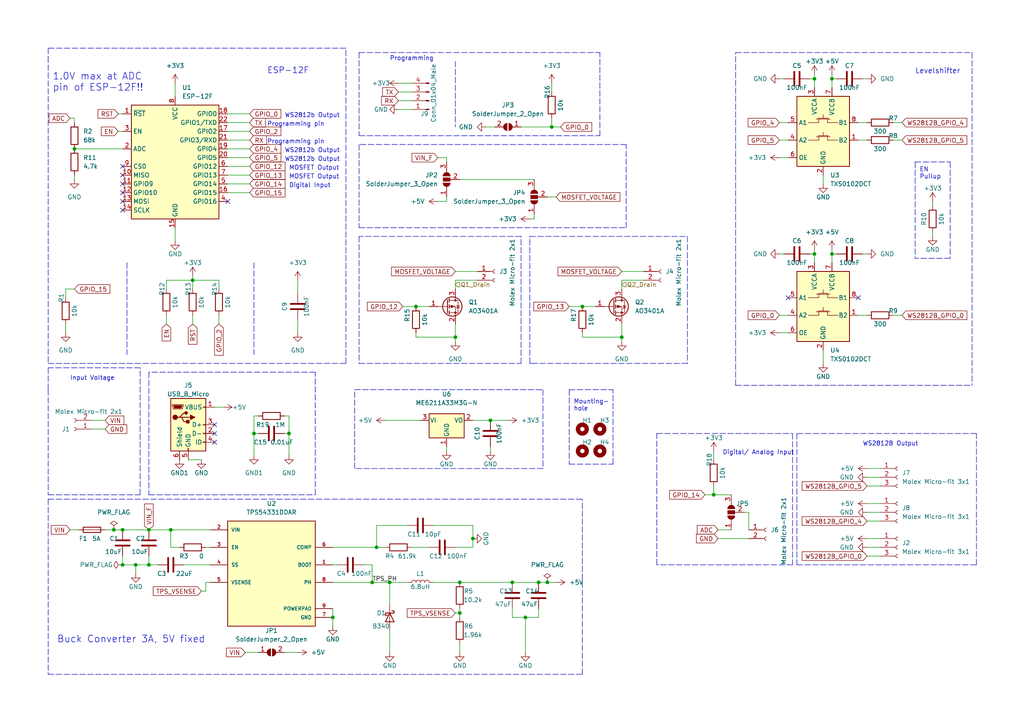
<source format=kicad_sch>
(kicad_sch (version 20211123) (generator eeschema)
  (paper "A4")
  (title_block (title "WLED ESP8266 molex microfit") (rev "1"))
  (junction (at 152.4 179.07))
  (junction (at 35.56 153.67))
  (junction (at 109.22 158.75))
  (junction (at 33.02 153.67))
  (junction (at 39.37 163.83))
  (junction (at 83.82 125.73))
  (junction (at 156.21 168.91))
  (junction (at 21.59 43.18))
  (junction (at 96.52 179.07))
  (junction (at 148.59 168.91))
  (junction (at 137.16 156.21))
  (junction (at 158.75 168.91))
  (junction (at 73.66 125.73))
  (junction (at 43.18 163.83))
  (junction (at 207.01 143.51))
  (junction (at 236.22 73.66))
  (junction (at 55.88 81.28))
  (junction (at 241.3 22.86))
  (junction (at 35.56 163.83))
  (junction (at 120.65 88.9))
  (junction (at 133.35 177.8))
  (junction (at 241.3 73.66))
  (junction (at 133.35 168.91))
  (junction (at 160.02 36.83))
  (junction (at 132.08 97.79))
  (junction (at 113.03 168.91))
  (junction (at 49.53 153.67))
  (junction (at 180.34 97.79))
  (junction (at 168.91 88.9))
  (junction (at 142.24 121.92))
  (junction (at 236.22 22.86))
  (junction (at 107.95 168.91))
  (junction (at 43.18 153.67))
  (no_connect (at 62.23 123.19))
  (no_connect (at 62.23 125.73))
  (no_connect (at 62.23 128.27))
  (no_connect (at 66.04 58.42))
  (no_connect (at 35.56 55.88))
  (no_connect (at 35.56 58.42))
  (no_connect (at 35.56 48.26))
  (no_connect (at 35.56 50.8))
  (no_connect (at 35.56 53.34))
  (no_connect (at 35.56 60.96))
  (no_connect (at 228.6 86.36))
  (no_connect (at 248.92 86.36))
  (polyline (pts (xy 168.91 195.58) (xy 168.91 144.78)))
  (wire (pts (xy 55.88 91.44) (xy 55.88 93.98)))
  (wire (pts (xy 83.82 120.65) (xy 83.82 125.73)))
  (polyline (pts (xy 13.97 144.78) (xy 13.97 195.58)))
  (wire (pts (xy 82.55 120.65) (xy 83.82 120.65)))
  (wire (pts (xy 259.08 91.44) (xy 261.62 91.44)))
  (wire (pts (xy 217.17 148.59) (xy 217.17 153.67)))
  (wire (pts (xy 241.3 73.66) (xy 241.3 76.2)))
  (wire (pts (xy 132.08 81.28) (xy 138.43 81.28)))
  (polyline (pts (xy 13.97 195.58) (xy 168.91 195.58)))
  (wire (pts (xy 21.59 34.29) (xy 21.59 35.56)))
  (wire (pts (xy 63.5 91.44) (xy 63.5 93.98)))
  (wire (pts (xy 30.48 153.67) (xy 33.02 153.67)))
  (wire (pts (xy 142.24 130.81) (xy 142.24 129.54)))
  (wire (pts (xy 133.35 168.91) (xy 148.59 168.91)))
  (wire (pts (xy 137.16 156.21) (xy 137.16 158.75)))
  (wire (pts (xy 113.03 182.88) (xy 113.03 189.23)))
  (wire (pts (xy 55.88 80.01) (xy 55.88 81.28)))
  (wire (pts (xy 96.52 176.53) (xy 96.52 179.07)))
  (wire (pts (xy 66.04 38.1) (xy 72.39 38.1)))
  (wire (pts (xy 226.06 35.56) (xy 228.6 35.56)))
  (wire (pts (xy 236.22 73.66) (xy 236.22 76.2)))
  (polyline (pts (xy 157.48 113.03) (xy 157.48 135.89)))
  (wire (pts (xy 160.02 36.83) (xy 162.56 36.83)))
  (wire (pts (xy 74.93 120.65) (xy 73.66 120.65)))
  (wire (pts (xy 226.06 91.44) (xy 228.6 91.44)))
  (wire (pts (xy 43.18 163.83) (xy 39.37 163.83)))
  (wire (pts (xy 148.59 176.53) (xy 148.59 179.07)))
  (polyline (pts (xy 104.14 105.41) (xy 151.13 105.41)))
  (wire (pts (xy 119.38 158.75) (xy 124.46 158.75)))
  (polyline (pts (xy 173.99 39.37) (xy 173.99 15.24)))
  (polyline (pts (xy 13.97 143.51) (xy 40.64 143.51)))
  (polyline (pts (xy 43.18 143.51) (xy 91.44 143.51)))
  (wire (pts (xy 86.36 92.71) (xy 86.36 96.52)))
  (polyline (pts (xy 151.13 105.41) (xy 151.13 68.58)))
  (polyline (pts (xy 190.5 163.83) (xy 190.5 125.73)))
  (polyline (pts (xy 100.33 13.97) (xy 13.97 13.97)))
  (wire (pts (xy 133.35 52.07) (xy 154.94 52.07)))
  (wire (pts (xy 48.26 91.44) (xy 48.26 93.98)))
  (polyline (pts (xy 231.14 125.73) (xy 231.14 163.83)))
  (polyline (pts (xy 283.21 125.73) (xy 231.14 125.73)))
  (polyline (pts (xy 157.48 135.89) (xy 102.87 135.89)))
  (wire (pts (xy 156.21 168.91) (xy 158.75 168.91)))
  (polyline (pts (xy 199.39 105.41) (xy 154.94 105.41)))
  (polyline (pts (xy 13.97 105.41) (xy 100.33 105.41)))
  (polyline (pts (xy 275.59 74.93) (xy 265.43 74.93)))
  (wire (pts (xy 168.91 96.52) (xy 168.91 97.79)))
  (polyline (pts (xy 153.67 105.41) (xy 154.94 105.41)))
  (wire (pts (xy 207.01 143.51) (xy 212.09 143.51)))
  (wire (pts (xy 66.04 35.56) (xy 72.39 35.56)))
  (wire (pts (xy 113.03 175.26) (xy 113.03 168.91)))
  (polyline (pts (xy 275.59 46.99) (xy 275.59 74.93)))
  (wire (pts (xy 96.52 179.07) (xy 96.52 181.61)))
  (wire (pts (xy 226.06 22.86) (xy 227.33 22.86)))
  (polyline (pts (xy 213.36 111.76) (xy 281.94 111.76)))
  (wire (pts (xy 48.26 83.82) (xy 48.26 81.28)))
  (wire (pts (xy 82.55 189.23) (xy 86.36 189.23)))
  (wire (pts (xy 115.57 26.67) (xy 119.38 26.67)))
  (wire (pts (xy 251.46 73.66) (xy 250.19 73.66)))
  (wire (pts (xy 133.35 177.8) (xy 133.35 179.07)))
  (wire (pts (xy 39.37 163.83) (xy 39.37 166.37)))
  (wire (pts (xy 71.12 189.23) (xy 74.93 189.23)))
  (wire (pts (xy 270.51 58.42) (xy 270.51 59.69)))
  (wire (pts (xy 127 45.72) (xy 129.54 45.72)))
  (wire (pts (xy 125.73 168.91) (xy 133.35 168.91)))
  (polyline (pts (xy 104.14 66.04) (xy 181.61 66.04)))
  (wire (pts (xy 20.32 34.29) (xy 21.59 34.29)))
  (wire (pts (xy 66.04 45.72) (xy 72.39 45.72)))
  (polyline (pts (xy 36.83 76.2) (xy 36.83 102.87)))
  (wire (pts (xy 66.04 48.26) (xy 72.39 48.26)))
  (wire (pts (xy 129.54 46.99) (xy 129.54 45.72)))
  (wire (pts (xy 236.22 72.39) (xy 236.22 73.66)))
  (wire (pts (xy 241.3 72.39) (xy 241.3 73.66)))
  (wire (pts (xy 55.88 81.28) (xy 55.88 83.82)))
  (wire (pts (xy 62.23 118.11) (xy 64.77 118.11)))
  (wire (pts (xy 35.56 163.83) (xy 35.56 161.29)))
  (wire (pts (xy 118.11 152.4) (xy 109.22 152.4)))
  (wire (pts (xy 251.46 156.21) (xy 255.27 156.21)))
  (wire (pts (xy 129.54 129.54) (xy 129.54 130.81)))
  (polyline (pts (xy 165.1 113.03) (xy 165.1 134.62)))
  (wire (pts (xy 105.41 163.83) (xy 107.95 163.83)))
  (wire (pts (xy 242.57 73.66) (xy 241.3 73.66)))
  (wire (pts (xy 127 58.42) (xy 129.54 58.42)))
  (wire (pts (xy 180.34 78.74) (xy 186.69 78.74)))
  (polyline (pts (xy 13.97 106.68) (xy 13.97 113.03)))
  (polyline (pts (xy 132.08 17.78) (xy 132.08 36.83)))
  (polyline (pts (xy 181.61 66.04) (xy 181.61 41.91)))
  (wire (pts (xy 30.48 124.46) (xy 26.67 124.46)))
  (wire (pts (xy 34.29 38.1) (xy 35.56 38.1)))
  (wire (pts (xy 180.34 97.79) (xy 180.34 99.06)))
  (wire (pts (xy 58.42 171.45) (xy 59.69 171.45)))
  (polyline (pts (xy 104.14 15.24) (xy 173.99 15.24)))
  (wire (pts (xy 116.84 88.9) (xy 120.65 88.9)))
  (polyline (pts (xy 165.1 134.62) (xy 177.8 134.62)))
  (wire (pts (xy 111.76 121.92) (xy 121.92 121.92)))
  (wire (pts (xy 115.57 31.75) (xy 119.38 31.75)))
  (wire (pts (xy 39.37 163.83) (xy 35.56 163.83)))
  (wire (pts (xy 142.24 121.92) (xy 147.32 121.92)))
  (wire (pts (xy 50.8 24.13) (xy 50.8 27.94)))
  (wire (pts (xy 251.46 140.97) (xy 255.27 140.97)))
  (wire (pts (xy 132.08 93.98) (xy 132.08 97.79)))
  (wire (pts (xy 19.05 86.36) (xy 19.05 83.82)))
  (wire (pts (xy 125.73 152.4) (xy 137.16 152.4)))
  (wire (pts (xy 251.46 148.59) (xy 255.27 148.59)))
  (wire (pts (xy 21.59 50.8) (xy 21.59 52.07)))
  (wire (pts (xy 154.94 62.23) (xy 154.94 63.5)))
  (wire (pts (xy 234.95 73.66) (xy 236.22 73.66)))
  (wire (pts (xy 73.66 120.65) (xy 73.66 125.73)))
  (wire (pts (xy 160.02 24.13) (xy 160.02 26.67)))
  (wire (pts (xy 54.61 133.35) (xy 58.42 133.35)))
  (wire (pts (xy 49.53 153.67) (xy 60.96 153.67)))
  (polyline (pts (xy 283.21 163.83) (xy 283.21 125.73)))
  (wire (pts (xy 132.08 78.74) (xy 138.43 78.74)))
  (wire (pts (xy 241.3 25.4) (xy 241.3 22.86)))
  (wire (pts (xy 251.46 146.05) (xy 255.27 146.05)))
  (wire (pts (xy 180.34 93.98) (xy 180.34 97.79)))
  (wire (pts (xy 248.92 35.56) (xy 251.46 35.56)))
  (wire (pts (xy 66.04 40.64) (xy 72.39 40.64)))
  (wire (pts (xy 19.05 83.82) (xy 21.59 83.82)))
  (wire (pts (xy 107.95 163.83) (xy 107.95 168.91)))
  (polyline (pts (xy 13.97 13.97) (xy 13.97 16.51)))
  (polyline (pts (xy 43.18 107.95) (xy 43.18 143.51)))
  (polyline (pts (xy 181.61 41.91) (xy 104.14 41.91)))
  (wire (pts (xy 251.46 158.75) (xy 255.27 158.75)))
  (wire (pts (xy 251.46 22.86) (xy 250.19 22.86)))
  (polyline (pts (xy 213.36 111.76) (xy 213.36 15.24)))
  (wire (pts (xy 53.34 163.83) (xy 60.96 163.83)))
  (wire (pts (xy 59.69 158.75) (xy 60.96 158.75)))
  (polyline (pts (xy 91.44 107.95) (xy 43.18 107.95)))
  (wire (pts (xy 50.8 66.04) (xy 50.8 69.85)))
  (wire (pts (xy 133.35 186.69) (xy 133.35 189.23)))
  (wire (pts (xy 204.47 143.51) (xy 207.01 143.51)))
  (wire (pts (xy 158.75 168.91) (xy 161.29 168.91)))
  (wire (pts (xy 156.21 179.07) (xy 156.21 176.53)))
  (polyline (pts (xy 100.33 105.41) (xy 100.33 13.97)))
  (polyline (pts (xy 151.13 68.58) (xy 104.14 68.58)))
  (wire (pts (xy 241.3 22.86) (xy 242.57 22.86)))
  (wire (pts (xy 66.04 55.88) (xy 72.39 55.88)))
  (wire (pts (xy 43.18 153.67) (xy 49.53 153.67)))
  (wire (pts (xy 236.22 21.59) (xy 236.22 22.86)))
  (polyline (pts (xy 265.43 46.99) (xy 265.43 74.93)))
  (polyline (pts (xy 40.64 106.68) (xy 13.97 106.68)))
  (wire (pts (xy 20.32 153.67) (xy 22.86 153.67)))
  (polyline (pts (xy 153.67 68.58) (xy 199.39 68.58)))
  (wire (pts (xy 160.02 34.29) (xy 160.02 36.83)))
  (wire (pts (xy 226.06 96.52) (xy 228.6 96.52)))
  (wire (pts (xy 60.96 168.91) (xy 59.69 168.91)))
  (polyline (pts (xy 153.67 105.41) (xy 153.67 68.58)))
  (wire (pts (xy 115.57 24.13) (xy 119.38 24.13)))
  (wire (pts (xy 151.13 36.83) (xy 160.02 36.83)))
  (wire (pts (xy 238.76 50.8) (xy 238.76 53.34)))
  (polyline (pts (xy 13.97 113.03) (xy 13.97 143.51)))
  (polyline (pts (xy 104.14 39.37) (xy 173.99 39.37)))
  (wire (pts (xy 270.51 67.31) (xy 270.51 68.58)))
  (polyline (pts (xy 104.14 41.91) (xy 104.14 66.04)))
  (wire (pts (xy 208.28 153.67) (xy 212.09 153.67)))
  (wire (pts (xy 30.48 121.92) (xy 26.67 121.92)))
  (wire (pts (xy 251.46 138.43) (xy 255.27 138.43)))
  (wire (pts (xy 226.06 45.72) (xy 228.6 45.72)))
  (wire (pts (xy 45.72 163.83) (xy 43.18 163.83)))
  (wire (pts (xy 43.18 161.29) (xy 43.18 163.83)))
  (wire (pts (xy 63.5 81.28) (xy 63.5 83.82)))
  (polyline (pts (xy 231.14 163.83) (xy 283.21 163.83)))
  (polyline (pts (xy 13.97 144.78) (xy 168.91 144.78)))
  (wire (pts (xy 83.82 125.73) (xy 83.82 132.08)))
  (wire (pts (xy 152.4 179.07) (xy 156.21 179.07)))
  (wire (pts (xy 132.08 158.75) (xy 137.16 158.75)))
  (wire (pts (xy 132.08 83.82) (xy 132.08 81.28)))
  (wire (pts (xy 34.29 33.02) (xy 35.56 33.02)))
  (polyline (pts (xy 281.94 15.24) (xy 281.94 111.76)))
  (wire (pts (xy 259.08 35.56) (xy 261.62 35.56)))
  (polyline (pts (xy 265.43 46.99) (xy 275.59 46.99)))
  (wire (pts (xy 207.01 130.81) (xy 207.01 133.35)))
  (wire (pts (xy 66.04 50.8) (xy 72.39 50.8)))
  (wire (pts (xy 59.69 168.91) (xy 59.69 171.45)))
  (wire (pts (xy 109.22 158.75) (xy 111.76 158.75)))
  (wire (pts (xy 133.35 176.53) (xy 133.35 177.8)))
  (wire (pts (xy 259.08 40.64) (xy 261.62 40.64)))
  (wire (pts (xy 140.97 36.83) (xy 143.51 36.83)))
  (wire (pts (xy 96.52 163.83) (xy 97.79 163.83)))
  (wire (pts (xy 19.05 93.98) (xy 19.05 96.52)))
  (wire (pts (xy 148.59 168.91) (xy 156.21 168.91)))
  (wire (pts (xy 113.03 168.91) (xy 118.11 168.91)))
  (wire (pts (xy 33.02 153.67) (xy 35.56 153.67)))
  (polyline (pts (xy 177.8 134.62) (xy 177.8 113.03)))
  (wire (pts (xy 234.95 22.86) (xy 236.22 22.86)))
  (polyline (pts (xy 199.39 68.58) (xy 199.39 105.41)))
  (wire (pts (xy 158.75 57.15) (xy 161.29 57.15)))
  (polyline (pts (xy 102.87 135.89) (xy 102.87 113.03)))
  (wire (pts (xy 165.1 88.9) (xy 168.91 88.9)))
  (wire (pts (xy 251.46 135.89) (xy 255.27 135.89)))
  (polyline (pts (xy 190.5 125.73) (xy 229.87 125.73)))
  (wire (pts (xy 238.76 101.6) (xy 238.76 105.41)))
  (polyline (pts (xy 40.64 143.51) (xy 40.64 106.68)))
  (polyline (pts (xy 229.87 163.83) (xy 190.5 163.83)))
  (polyline (pts (xy 13.97 16.51) (xy 13.97 105.41)))
  (wire (pts (xy 129.54 57.15) (xy 129.54 58.42)))
  (wire (pts (xy 168.91 97.79) (xy 180.34 97.79)))
  (wire (pts (xy 226.06 73.66) (xy 227.33 73.66)))
  (wire (pts (xy 180.34 83.82) (xy 180.34 81.28)))
  (wire (pts (xy 168.91 88.9) (xy 172.72 88.9)))
  (polyline (pts (xy 104.14 68.58) (xy 104.14 105.41)))
  (wire (pts (xy 137.16 152.4) (xy 137.16 156.21)))
  (wire (pts (xy 180.34 81.28) (xy 186.69 81.28)))
  (polyline (pts (xy 165.1 113.03) (xy 177.8 113.03)))
  (polyline (pts (xy 104.14 15.24) (xy 104.14 39.37)))
  (wire (pts (xy 96.52 158.75) (xy 109.22 158.75)))
  (wire (pts (xy 66.04 43.18) (xy 72.39 43.18)))
  (wire (pts (xy 73.66 125.73) (xy 73.66 132.08)))
  (wire (pts (xy 52.07 158.75) (xy 49.53 158.75)))
  (polyline (pts (xy 102.87 113.03) (xy 157.48 113.03)))
  (wire (pts (xy 241.3 21.59) (xy 241.3 22.86)))
  (wire (pts (xy 120.65 96.52) (xy 120.65 97.79)))
  (wire (pts (xy 251.46 161.29) (xy 255.27 161.29)))
  (wire (pts (xy 49.53 153.67) (xy 49.53 158.75)))
  (wire (pts (xy 248.92 40.64) (xy 251.46 40.64)))
  (wire (pts (xy 215.9 148.59) (xy 217.17 148.59)))
  (wire (pts (xy 208.28 156.21) (xy 217.17 156.21)))
  (polyline (pts (xy 229.87 125.73) (xy 229.87 163.83)))
  (wire (pts (xy 132.08 177.8) (xy 133.35 177.8)))
  (wire (pts (xy 226.06 40.64) (xy 228.6 40.64)))
  (wire (pts (xy 66.04 33.02) (xy 72.39 33.02)))
  (wire (pts (xy 66.04 53.34) (xy 72.39 53.34)))
  (wire (pts (xy 107.95 168.91) (xy 113.03 168.91)))
  (wire (pts (xy 73.66 125.73) (xy 74.93 125.73)))
  (wire (pts (xy 152.4 179.07) (xy 152.4 189.23)))
  (wire (pts (xy 48.26 81.28) (xy 55.88 81.28)))
  (wire (pts (xy 207.01 140.97) (xy 207.01 143.51)))
  (wire (pts (xy 120.65 88.9) (xy 124.46 88.9)))
  (wire (pts (xy 86.36 81.28) (xy 86.36 85.09)))
  (wire (pts (xy 251.46 151.13) (xy 255.27 151.13)))
  (polyline (pts (xy 73.66 76.2) (xy 73.66 102.87)))
  (wire (pts (xy 35.56 153.67) (xy 43.18 153.67)))
  (polyline (pts (xy 213.36 15.24) (xy 281.94 15.24)))
  (wire (pts (xy 137.16 121.92) (xy 142.24 121.92)))
  (wire (pts (xy 120.65 97.79) (xy 132.08 97.79)))
  (wire (pts (xy 115.57 29.21) (xy 119.38 29.21)))
  (wire (pts (xy 21.59 43.18) (xy 35.56 43.18)))
  (wire (pts (xy 236.22 22.86) (xy 236.22 25.4)))
  (wire (pts (xy 148.59 179.07) (xy 152.4 179.07)))
  (polyline (pts (xy 91.44 143.51) (xy 91.44 107.95)))
  (wire (pts (xy 153.67 63.5) (xy 154.94 63.5)))
  (wire (pts (xy 248.92 91.44) (xy 251.46 91.44)))
  (wire (pts (xy 132.08 97.79) (xy 132.08 99.06)))
  (wire (pts (xy 55.88 81.28) (xy 63.5 81.28)))
  (wire (pts (xy 82.55 125.73) (xy 83.82 125.73)))
  (wire (pts (xy 96.52 168.91) (xy 107.95 168.91)))
  (wire (pts (xy 109.22 152.4) (xy 109.22 158.75)))
  (text "Digital/ Analog Input\n" (at 209.55 132.08 0) (effects (font (size 1.27 1.27)) (justify left bottom)))
  (text "MOSFET Output" (at 83.82 52.07 0) (effects (font (size 1.27 1.27)) (justify left bottom)))
  (text "WS2812b Output" (at 82.55 44.45 0) (effects (font (size 1.27 1.27)) (justify left bottom)))
  (text "ESP-12F" (at 77.47 21.59 0) (effects (font (size 1.75 1.75)) (justify left bottom)))
  (text "WS2812b Output" (at 82.55 46.99 0) (effects (font (size 1.27 1.27)) (justify left bottom)))
  (text "Programming pin" (at 77.47 41.91 0) (effects (font (size 1.27 1.27)) (justify left bottom)))
  (text "MOSFET Output" (at 83.82 49.53 0) (effects (font (size 1.27 1.27)) (justify left bottom)))
  (text "EN\nPullup" (at 266.7 52.07 0) (effects (font (size 1.27 1.27)) (justify left bottom)))
  (text "WS2812b Output" (at 82.55 34.29 0) (effects (font (size 1.27 1.27)) (justify left bottom)))
  (text "Digital Input" (at 83.82 54.61 0) (effects (font (size 1.27 1.27)) (justify left bottom)))
  (text "Programming pin" (at 77.47 36.83 0) (effects (font (size 1.27 1.27)) (justify left bottom)))
  (text "Mounting-\nhole" (at 166.37 119.38 0) (effects (font (size 1.27 1.27)) (justify left bottom)))
  (text "1.0V max at ADC\npin of ESP-12F!!" (at 15.24 26.67 0) (effects (font (size 2 2)) (justify left bottom)))
  (text "Programming" (at 113.03 17.78 0) (effects (font (size 1.27 1.27)) (justify left bottom)))
  (text "Levelshifter" (at 265.43 21.59 0) (effects (font (size 1.5 1.5)) (justify left bottom)))
  (text "Input Voltage" (at 20.32 110.49 0) (effects (font (size 1.27 1.27)) (justify left bottom)))
  (text "WS2812B Output" (at 250.19 129.54 0) (effects (font (size 1.27 1.27)) (justify left bottom)))
  (text "Buck Converter 3A, 5V fixed" (at 16.51 186.69 0) (effects (font (size 2 2)) (justify left bottom)))
  (label "TPS_PH" (at 107.95 168.91 0))
  (global_label "GPIO_15" (shape input) (at 72.39 55.88 0) (property "Intersheet References" "${INTERSHEET_REFS}" (effects hide)))
  (global_label "ADC" (shape input) (at 208.28 153.67 180) (property "Intersheet References" "${INTERSHEET_REFS}" (effects hide)))
  (global_label "GPIO_2" (shape input) (at 63.5 93.98 270) (property "Intersheet References" "${INTERSHEET_REFS}" (effects hide)))
  (global_label "GPIO_12" (shape input) (at 72.39 48.26 0) (property "Intersheet References" "${INTERSHEET_REFS}" (effects hide)))
  (global_label "MOSFET_VOLTAGE" (shape input) (at 132.08 78.74 180) (property "Intersheet References" "${INTERSHEET_REFS}" (effects hide)))
  (global_label "GPIO_5" (shape input) (at 72.39 45.72 0) (property "Intersheet References" "${INTERSHEET_REFS}" (effects hide)))
  (global_label "GPIO_2" (shape input) (at 72.39 38.1 0) (property "Intersheet References" "${INTERSHEET_REFS}" (effects hide)))
  (global_label "GPIO_0" (shape input) (at 72.39 33.02 0) (property "Intersheet References" "${INTERSHEET_REFS}" (effects hide)))
  (global_label "TPS_VSENSE" (shape input) (at 132.08 177.8 180) (property "Intersheet References" "${INTERSHEET_REFS}" (effects hide)))
  (global_label "WS2812B_GPIO_0" (shape input) (at 251.46 161.29 180) (property "Intersheet References" "${INTERSHEET_REFS}" (effects hide)))
  (global_label "EN" (shape input) (at 34.29 38.1 180) (property "Intersheet References" "${INTERSHEET_REFS}" (effects hide)))
  (global_label "GPIO_15" (shape input) (at 21.59 83.82 0) (property "Intersheet References" "${INTERSHEET_REFS}" (effects hide)))
  (global_label "GND" (shape input) (at 30.48 124.46 0) (property "Intersheet References" "${INTERSHEET_REFS}" (effects hide)))
  (global_label "GPIO_4" (shape input) (at 226.06 35.56 180) (property "Intersheet References" "${INTERSHEET_REFS}" (effects hide)))
  (global_label "MOSFET_VOLTAGE" (shape input) (at 161.29 57.15 0) (property "Intersheet References" "${INTERSHEET_REFS}" (effects hide)))
  (global_label "ADC" (shape input) (at 20.32 34.29 180) (property "Intersheet References" "${INTERSHEET_REFS}" (effects hide)))
  (global_label "RST" (shape input) (at 34.29 33.02 180) (property "Intersheet References" "${INTERSHEET_REFS}" (effects hide)))
  (global_label "WS2812B_GPIO_5" (shape input) (at 261.62 40.64 0) (property "Intersheet References" "${INTERSHEET_REFS}" (effects hide)))
  (global_label "VIN_F" (shape input) (at 127 45.72 180) (property "Intersheet References" "${INTERSHEET_REFS}" (effects hide)))
  (global_label "GPIO_14" (shape input) (at 204.47 143.51 180) (property "Intersheet References" "${INTERSHEET_REFS}" (effects hide)))
  (global_label "GPIO_4" (shape input) (at 72.39 43.18 0) (property "Intersheet References" "${INTERSHEET_REFS}" (effects hide)))
  (global_label "GPIO_14" (shape input) (at 72.39 53.34 0) (property "Intersheet References" "${INTERSHEET_REFS}" (effects hide)))
  (global_label "RST" (shape input) (at 55.88 93.98 270) (property "Intersheet References" "${INTERSHEET_REFS}" (effects hide)))
  (global_label "RX" (shape input) (at 115.57 29.21 180) (property "Intersheet References" "${INTERSHEET_REFS}" (effects hide)))
  (global_label "WS2812B_GPIO_4" (shape input) (at 261.62 35.56 0) (property "Intersheet References" "${INTERSHEET_REFS}" (effects hide)))
  (global_label "WS2812B_GPIO_4" (shape input) (at 251.46 151.13 180) (property "Intersheet References" "${INTERSHEET_REFS}" (effects hide)))
  (global_label "VIN" (shape input) (at 30.48 121.92 0) (property "Intersheet References" "${INTERSHEET_REFS}" (effects hide)))
  (global_label "VIN" (shape input) (at 71.12 189.23 180) (property "Intersheet References" "${INTERSHEET_REFS}" (effects hide)))
  (global_label "GND" (shape input) (at 208.28 156.21 180) (property "Intersheet References" "${INTERSHEET_REFS}" (effects hide)))
  (global_label "WS2812B_GPIO_5" (shape input) (at 251.46 140.97 180) (property "Intersheet References" "${INTERSHEET_REFS}" (effects hide)))
  (global_label "TPS_VSENSE" (shape input) (at 58.42 171.45 180) (property "Intersheet References" "${INTERSHEET_REFS}" (effects hide)))
  (global_label "TX" (shape input) (at 72.39 35.56 0) (property "Intersheet References" "${INTERSHEET_REFS}" (effects hide)))
  (global_label "VIN" (shape input) (at 20.32 153.67 180) (property "Intersheet References" "${INTERSHEET_REFS}" (effects hide)))
  (global_label "GPIO_0" (shape input) (at 226.06 91.44 180) (property "Intersheet References" "${INTERSHEET_REFS}" (effects hide)))
  (global_label "GPIO_12" (shape input) (at 116.84 88.9 180) (property "Intersheet References" "${INTERSHEET_REFS}" (effects hide)))
  (global_label "GPIO_5" (shape input) (at 226.06 40.64 180) (property "Intersheet References" "${INTERSHEET_REFS}" (effects hide)))
  (global_label "GPIO_13" (shape input) (at 165.1 88.9 180) (property "Intersheet References" "${INTERSHEET_REFS}" (effects hide)))
  (global_label "EN" (shape input) (at 48.26 93.98 270) (property "Intersheet References" "${INTERSHEET_REFS}" (effects hide)))
  (global_label "VIN_F" (shape input) (at 43.18 153.67 90) (property "Intersheet References" "${INTERSHEET_REFS}" (effects hide)))
  (global_label "TX" (shape input) (at 115.57 26.67 180) (property "Intersheet References" "${INTERSHEET_REFS}" (effects hide)))
  (global_label "GPIO_0" (shape input) (at 162.56 36.83 0) (property "Intersheet References" "${INTERSHEET_REFS}" (effects hide)))
  (global_label "WS2812B_GPIO_0" (shape input) (at 261.62 91.44 0) (property "Intersheet References" "${INTERSHEET_REFS}" (effects hide)))
  (global_label "MOSFET_VOLTAGE" (shape input) (at 180.34 78.74 180) (property "Intersheet References" "${INTERSHEET_REFS}" (effects hide)))
  (global_label "RX" (shape input) (at 72.39 40.64 0) (property "Intersheet References" "${INTERSHEET_REFS}" (effects hide)))
  (global_label "GPIO_13" (shape input) (at 72.39 50.8 0) (property "Intersheet References" "${INTERSHEET_REFS}" (effects hide)))
  (hierarchical_label "Q1_Drain" (shape input) (at 132.08 82.55 0))
  (hierarchical_label "Q2_Drain" (shape input) (at 180.34 82.55 0))
  (symbol (lib_id "Device:Fuse") (at 26.67 153.67 90) (unit 1)
    (property "Reference" "F1" (at 24.13 156.21 90))
    (property "Value" "5A" (at 27.94 156.21 90))
    (property "Footprint" "Fuse:Fuse_1206_3216Metric_Pad1.42x1.75mm_HandSolder" (effects hide))
  )
  (symbol (lib_id "power:GND") (at 129.54 130.81 0) (unit 1)
    (property "Reference" "#PWR0131" (effects hide))
    (property "Value" "GND" (at 129.54 134.62 0))
  )
  (symbol (lib_id "Jumper:SolderJumper_2_Open") (at 147.32 36.83 180) (unit 1)
    (property "Reference" "JP3" (at 147.32 30.48 0))
    (property "Value" "SolderJumper_2_Open" (at 147.32 33.02 0))
    (property "Footprint" "Jumper:SolderJumper-2_P1.3mm_Open_RoundedPad1.0x1.5mm" (effects hide))
  )
  (symbol (lib_id "Device:R") (at 48.26 87.63 180) (unit 1)
    (property "Reference" "R12" (at 46.99 83.82 90))
    (property "Value" "10k" (at 50.8 87.63 90))
    (property "Footprint" "Resistor_SMD:R_0402_1005Metric_Pad0.72x0.64mm_HandSolder" (effects hide))
  )
  (symbol (lib_id "Device:C") (at 35.56 157.48 0) (unit 1)
    (property "Reference" "C1" (at 31.75 156.21 0) (effects (justify left)))
    (property "Value" "10uF" (at 30.48 160.02 0) (effects (justify left)))
    (property "Footprint" "Capacitor_SMD:C_1206_3216Metric_Pad1.33x1.80mm_HandSolder" (effects hide))
    (property "LCSC" "C13585" (effects hide))
  )
  (symbol (lib_id "power:+5V") (at 64.77 118.11 270) (unit 1)
    (property "Reference" "#PWR0149" (effects hide))
    (property "Value" "+5V" (at 67.31 118.11 90) (effects (justify left)))
  )
  (symbol (lib_id "power:GND") (at 58.42 133.35 0) (unit 1)
    (property "Reference" "#PWR0150" (effects hide))
    (property "Value" "GND" (at 58.42 137.16 0))
  )
  (symbol (lib_id "power:GND") (at 19.05 96.52 0) (unit 1)
    (property "Reference" "#PWR0127" (effects hide))
    (property "Value" "GND" (at 19.05 101.6 0))
  )
  (symbol (lib_id "Device:C") (at 86.36 88.9 180) (unit 1)
    (property "Reference" "C9" (at 82.55 88.9 90))
    (property "Value" "100nF" (at 88.9 88.9 90))
    (property "Footprint" "Capacitor_SMD:C_0603_1608Metric_Pad1.08x0.95mm_HandSolder" (effects hide))
    (property "LCSC" "C14663" (effects hide))
  )
  (symbol (lib_id "Transistor_FET:AO3401A") (at 129.54 88.9 0) (unit 1)
    (property "Reference" "Q1" (at 135.89 87.6299 0) (effects (justify left)))
    (property "Value" "AO3401A" (at 135.89 90.1699 0) (effects (justify left)))
    (property "Footprint" "Package_TO_SOT_SMD:SOT-23" (effects hide))
    (property "Datasheet" "http://www.aosmd.com/pdfs/datasheet/AO3401A.pdf" (effects hide))
    (property "LCSC" "C15127" (effects hide))
  )
  (symbol (lib_id "power:+5V") (at 251.46 146.05 90) (unit 1)
    (property "Reference" "#PWR0139" (effects hide))
    (property "Value" "+5V" (at 247.65 146.0499 90) (effects (justify left)))
  )
  (symbol (lib_id "Device:L") (at 121.92 168.91 90) (unit 1)
    (property "Reference" "L1" (at 121.92 166.37 90))
    (property "Value" "6.8uH" (at 121.92 170.18 90))
    (property "Footprint" "Inductor_SMD:L_10.4x10.4_H4.8" (effects hide))
    (property "LCSC" "C408449" (effects hide))
  )
  (symbol (lib_id "Device:C") (at 246.38 73.66 90) (unit 1)
    (property "Reference" "C8" (at 246.38 69.85 90))
    (property "Value" "100nF" (at 246.38 76.2 90))
    (property "Footprint" "Capacitor_SMD:C_0603_1608Metric_Pad1.08x0.95mm_HandSolder" (effects hide))
    (property "LCSC" "C14663" (effects hide))
  )
  (symbol (lib_id "Device:C") (at 43.18 157.48 0) (unit 1)
    (property "Reference" "C2" (at 39.37 156.21 0) (effects (justify left)))
    (property "Value" "10uF" (at 38.1 160.02 0) (effects (justify left)))
    (property "Footprint" "Capacitor_SMD:C_1206_3216Metric_Pad1.33x1.80mm_HandSolder" (effects hide))
    (property "LCSC" "C13585" (effects hide))
  )
  (symbol (lib_id "Device:C") (at 231.14 73.66 90) (unit 1)
    (property "Reference" "C6" (at 231.14 69.85 90))
    (property "Value" "100nF" (at 231.14 76.2 90))
    (property "Footprint" "Capacitor_SMD:C_0603_1608Metric_Pad1.08x0.95mm_HandSolder" (effects hide))
    (property "LCSC" "C14663" (effects hide))
  )
  (symbol (lib_id "power:+3.3V") (at 55.88 80.01 0) (unit 1)
    (property "Reference" "#PWR0128" (effects hide))
    (property "Value" "+3.3V" (at 55.88 76.2 0))
  )
  (symbol (lib_id "power:GND") (at 251.46 73.66 90) (unit 1)
    (property "Reference" "#PWR0106" (effects hide))
    (property "Value" "GND" (at 255.27 73.66 90) (effects (justify right)))
  )
  (symbol (lib_id "Device:C") (at 156.21 172.72 0) (unit 1)
    (property "Reference" "C14" (at 152.4 171.45 0) (effects (justify left)))
    (property "Value" "47uF" (at 151.13 175.26 0) (effects (justify left)))
    (property "Footprint" "Capacitor_SMD:C_1206_3216Metric_Pad1.33x1.80mm_HandSolder" (effects hide))
    (property "LCSC" "C96123" (effects hide))
  )
  (symbol (lib_id "power:GND") (at 86.36 96.52 0) (unit 1)
    (property "Reference" "#PWR0125" (effects hide))
    (property "Value" "GND" (at 86.36 101.6 0))
  )
  (symbol (lib_id "Jumper:SolderJumper_3_Open") (at 212.09 148.59 90) (unit 1)
    (property "Reference" "JP5" (at 217.17 146.05 90) (effects (justify left)))
    (property "Value" "SolderJumper_3_Open" (effects hide))
    (property "Footprint" "Jumper:SolderJumper-3_P1.3mm_Open_RoundedPad1.0x1.5mm_NumberLabels" (effects hide))
  )
  (symbol (lib_id "Connector:Conn_01x02_Female") (at 222.25 153.67 0) (unit 1)
    (property "Reference" "J6" (at 223.52 153.6699 0) (effects (justify left)))
    (property "Value" "Molex Micro-fit 2x1" (at 227.33 163.83 90) (effects (justify left)))
    (property "Footprint" "Connector_Molex:Molex_Micro-Fit_3.0_43650-0200_1x02_P3.00mm_Horizontal" (effects hide))
  )
  (symbol (lib_id "Device:R") (at 133.35 172.72 180) (unit 1)
    (property "Reference" "R5" (at 135.89 171.45 0))
    (property "Value" "10.2k" (at 137.16 173.99 0))
    (property "Footprint" "Resistor_SMD:R_0603_1608Metric_Pad0.98x0.95mm_HandSolder" (effects hide))
    (property "LCSC" "C25804" (effects hide))
  )
  (symbol (lib_id "power:GND") (at 132.08 99.06 0) (unit 1)
    (property "Reference" "#PWR0102" (effects hide))
    (property "Value" "GND" (at 132.08 104.14 0))
  )
  (symbol (lib_id "TPS54331DDAR:TPS54331DDAR") (at 78.74 166.37 0) (unit 1)
    (property "Reference" "U2" (at 78.74 146.05 0))
    (property "Value" "TPS54331DDAR" (at 78.74 148.59 0))
    (property "Footprint" "CONV_TPS54331DDAR" (effects hide))
    (property "STANDARD" "Manufacturer Recommendations" (effects hide))
    (property "PARTREV" "F" (effects hide))
    (property "MAXIMUM_PACKAGE_HEIGHT" "1.70 mm" (effects hide))
    (property "MANUFACTURER" "Texas Instruments" (effects hide))
    (property "LCSC" "C9865" (effects hide))
  )
  (symbol (lib_id "Device:C") (at 128.27 158.75 270) (unit 1)
    (property "Reference" "C12" (at 124.46 161.29 90) (effects (justify left)))
    (property "Value" "100nF" (at 129.54 161.29 90) (effects (justify left)))
    (property "Footprint" "Capacitor_SMD:C_0402_1005Metric_Pad0.74x0.62mm_HandSolder" (effects hide))
    (property "LCSC" "C1525" (effects hide))
  )
  (symbol (lib_id "power:GND") (at 140.97 36.83 270) (unit 1)
    (property "Reference" "#PWR0124" (effects hide))
    (property "Value" "GND" (at 137.16 36.8299 90) (effects (justify right)))
  )
  (symbol (lib_id "Logic_LevelTranslator:TXS0102DCT") (at 238.76 88.9 0) (unit 1)
    (property "Reference" "U4" (at 240.7794 101.6 0) (effects (justify left)))
    (property "Value" "TXS0102DCT" (at 240.7794 104.14 0) (effects (justify left)))
    (property "Footprint" "Package_SO:SSOP-8_2.95x2.8mm_P0.65mm" (effects hide))
    (property "Datasheet" "http://www.ti.com/lit/gpn/txs0102" (effects hide))
  )
  (symbol (lib_id "Jumper:SolderJumper_3_Open") (at 154.94 57.15 90) (unit 1)
    (property "Reference" "JP4" (at 152.4 55.8799 90) (effects (justify left)))
    (property "Value" "SolderJumper_3_Open" (at 152.4 58.4199 90) (effects (justify left)))
    (property "Footprint" "Jumper:SolderJumper-3_P1.3mm_Open_RoundedPad1.0x1.5mm_NumberLabels" (effects hide))
  )
  (symbol (lib_id "power:GND") (at 39.37 166.37 0) (unit 1)
    (property "Reference" "#PWR0104" (effects hide))
    (property "Value" "GND" (at 39.37 170.18 0))
  )
  (symbol (lib_id "power:+3.3V") (at 236.22 21.59 0) (unit 1)
    (property "Reference" "#PWR0114" (effects hide))
    (property "Value" "+3.3V" (at 236.22 17.78 0))
  )
  (symbol (lib_id "Device:C") (at 148.59 172.72 0) (unit 1)
    (property "Reference" "C13" (at 144.78 171.45 0) (effects (justify left)))
    (property "Value" "47uF" (at 143.51 175.26 0) (effects (justify left)))
    (property "Footprint" "Capacitor_SMD:C_1206_3216Metric_Pad1.33x1.80mm_HandSolder" (effects hide))
    (property "LCSC" "C96123" (effects hide))
  )
  (symbol (lib_id "Device:C") (at 142.24 125.73 180) (unit 1)
    (property "Reference" "C10" (at 138.43 125.73 90))
    (property "Value" "100nF" (at 144.78 125.73 90))
    (property "Footprint" "Capacitor_SMD:C_0603_1608Metric_Pad1.08x0.95mm_HandSolder" (effects hide))
    (property "LCSC" "C14663" (effects hide))
  )
  (symbol (lib_id "power:GND") (at 152.4 189.23 0) (unit 1)
    (property "Reference" "#PWR0136" (effects hide))
    (property "Value" "GND" (at 152.4 193.04 0))
  )
  (symbol (lib_id "Device:R") (at 115.57 158.75 90) (unit 1)
    (property "Reference" "R4" (at 113.03 161.29 90))
    (property "Value" "61.9k" (at 118.11 161.29 90))
    (property "Footprint" "Resistor_SMD:R_0603_1608Metric_Pad0.98x0.95mm_HandSolder" (effects hide))
    (property "LCSC" "C23221" (effects hide))
  )
  (symbol (lib_id "power:+3.3V") (at 86.36 81.28 0) (unit 1)
    (property "Reference" "#PWR0126" (effects hide))
    (property "Value" "+3.3V" (at 86.36 76.2 0))
  )
  (symbol (lib_id "power:+5V") (at 86.36 189.23 270) (unit 1)
    (property "Reference" "#PWR0144" (effects hide))
    (property "Value" "+5V" (at 90.17 189.2299 90) (effects (justify left)))
  )
  (symbol (lib_id "power:+3.3V") (at 160.02 24.13 0) (unit 1)
    (property "Reference" "#PWR0134" (effects hide))
    (property "Value" "+3.3V" (at 160.02 19.05 0))
  )
  (symbol (lib_id "power:GND") (at 137.16 156.21 90) (unit 1)
    (property "Reference" "#PWR0120" (effects hide))
    (property "Value" "GND" (at 140.97 156.21 0))
  )
  (symbol (lib_id "power:GND1") (at 73.66 132.08 0) (unit 1)
    (property "Reference" "#PWR0152" (effects hide))
    (property "Value" "GND1" (at 73.66 137.16 0))
  )
  (symbol (lib_id "power:+5V") (at 251.46 156.21 90) (unit 1)
    (property "Reference" "#PWR0140" (effects hide))
    (property "Value" "+5V" (at 247.65 156.2099 90) (effects (justify left)))
  )
  (symbol (lib_id "Diode:B340") (at 113.03 179.07 270) (unit 1)
    (property "Reference" "D1" (at 109.22 177.8 90) (effects (justify left)))
    (property "Value" "B340" (at 107.95 181.61 90) (effects (justify left)))
    (property "Footprint" "Diode_SMD:D_SMC" (effects hide))
    (property "Datasheet" "http://www.jameco.com/Jameco/Products/ProdDS/1538777.pdf" (effects hide))
    (property "LCSC" "C64982" (effects hide))
  )
  (symbol (lib_id "power:GND") (at 83.82 132.08 0) (unit 1)
    (property "Reference" "#PWR0153" (effects hide))
    (property "Value" "GND" (at 83.82 137.16 0))
  )
  (symbol (lib_id "Mechanical:MountingHole") (at 168.91 130.81 0) (unit 1)
    (property "Reference" "H2" (at 168.91 128.27 0) (effects (justify left)))
    (property "Value" "MountingHole" (effects hide))
    (property "Footprint" "MountingHole:MountingHole_3.2mm_M3_DIN965" (effects hide))
  )
  (symbol (lib_id "power:+5V") (at 251.46 135.89 90) (unit 1)
    (property "Reference" "#PWR0138" (effects hide))
    (property "Value" "+5V" (at 247.65 135.8899 90) (effects (justify left)))
  )
  (symbol (lib_id "Device:R") (at 255.27 40.64 90) (unit 1)
    (property "Reference" "R8" (at 259.08 39.37 90))
    (property "Value" "300" (at 255.27 43.18 90))
    (property "Footprint" "Resistor_SMD:R_0603_1608Metric_Pad0.98x0.95mm_HandSolder" (effects hide))
    (property "LCSC" "C23025" (effects hide))
  )
  (symbol (lib_id "power:+5V") (at 241.3 21.59 0) (unit 1)
    (property "Reference" "#PWR0113" (effects hide))
    (property "Value" "+5V" (at 241.3 17.78 0))
  )
  (symbol (lib_id "power:GND") (at 115.57 31.75 270) (unit 1)
    (property "Reference" "#PWR0146" (effects hide))
    (property "Value" "GND" (at 110.49 31.75 90))
  )
  (symbol (lib_id "power:+5V") (at 241.3 72.39 0) (unit 1)
    (property "Reference" "#PWR0107" (effects hide))
    (property "Value" "+5V" (at 241.3 67.31 0))
  )
  (symbol (lib_id "power:GND") (at 113.03 189.23 0) (unit 1)
    (property "Reference" "#PWR0121" (effects hide))
    (property "Value" "GND" (at 113.03 193.04 0))
  )
  (symbol (lib_id "Connector:Conn_01x02_Female") (at 191.77 78.74 0) (unit 1)
    (property "Reference" "J4" (at 193.04 78.7399 0) (effects (justify left)))
    (property "Value" "Molex Micro-fit 2x1" (at 196.85 88.9 90) (effects (justify left)))
    (property "Footprint" "Connector_Molex:Molex_Micro-Fit_3.0_43650-0200_1x02_P3.00mm_Horizontal" (effects hide))
  )
  (symbol (lib_id "Connector:Conn_01x02_Female") (at 143.51 78.74 0) (unit 1)
    (property "Reference" "J3" (at 144.78 78.7399 0) (effects (justify left)))
    (property "Value" "Molex Micro-fit 2x1" (at 148.59 88.9 90) (effects (justify left)))
    (property "Footprint" "Connector_Molex:Molex_Micro-Fit_3.0_43650-0200_1x02_P3.00mm_Horizontal" (effects hide))
  )
  (symbol (lib_id "power:GND") (at 180.34 99.06 0) (unit 1)
    (property "Reference" "#PWR0135" (effects hide))
    (property "Value" "GND" (at 180.34 104.14 0))
  )
  (symbol (lib_id "power:+3.3V") (at 115.57 24.13 90) (unit 1)
    (property "Reference" "#PWR0145" (effects hide))
    (property "Value" "+3.3V" (at 110.49 24.13 90))
  )
  (symbol (lib_id "Device:C") (at 246.38 22.86 90) (unit 1)
    (property "Reference" "C7" (at 246.38 19.05 90))
    (property "Value" "100nF" (at 246.38 25.4 90))
    (property "Footprint" "Capacitor_SMD:C_0603_1608Metric_Pad1.08x0.95mm_HandSolder" (effects hide))
    (property "LCSC" "C14663" (effects hide))
  )
  (symbol (lib_id "Connector:Conn_01x03_Female") (at 260.35 138.43 0) (unit 1)
    (property "Reference" "J7" (at 261.62 137.1599 0) (effects (justify left)))
    (property "Value" "Molex Micro-fit 3x1" (at 261.62 139.6999 0) (effects (justify left)))
    (property "Footprint" "Connector_Molex:Molex_Micro-Fit_3.0_43650-0300_1x03_P3.00mm_Horizontal" (effects hide))
  )
  (symbol (lib_id "Device:R") (at 168.91 92.71 180) (unit 1)
    (property "Reference" "R17" (at 166.37 91.44 90))
    (property "Value" "10k" (at 171.45 92.71 90))
    (property "Footprint" "Resistor_SMD:R_0402_1005Metric_Pad0.72x0.64mm_HandSolder" (effects hide))
  )
  (symbol (lib_id "power:+3.3V") (at 147.32 121.92 270) (unit 1)
    (property "Reference" "#PWR0130" (effects hide))
    (property "Value" "+3.3V" (at 151.13 121.9199 90) (effects (justify left)))
  )
  (symbol (lib_id "Device:R") (at 21.59 46.99 0) (unit 1)
    (property "Reference" "R11" (at 24.13 45.7199 0) (effects (justify left)))
    (property "Value" "4.7k" (at 24.13 48.2599 0) (effects (justify left)))
    (property "Footprint" "Resistor_SMD:R_0805_2012Metric_Pad1.20x1.40mm_HandSolder" (effects hide))
    (property "LCSC" "C23162" (effects hide))
  )
  (symbol (lib_id "power:GND") (at 50.8 69.85 0) (unit 1)
    (property "Reference" "#PWR0101" (effects hide))
    (property "Value" "GND" (at 50.8 73.66 0))
  )
  (symbol (lib_id "power:GND") (at 133.35 189.23 0) (unit 1)
    (property "Reference" "#PWR0122" (effects hide))
    (property "Value" "GND" (at 133.35 193.04 0))
  )
  (symbol (lib_id "Regulator_Linear:AMS1117CD-3.3") (at 129.54 121.92 0) (unit 1)
    (property "Reference" "U6" (at 129.54 114.3 0))
    (property "Value" "ME6211A33M3G-N" (at 129.54 116.84 0))
    (property "Footprint" "Package_TO_SOT_SMD:SOT-23" (effects hide))
    (property "Datasheet" "http://www.advanced-monolithic.com/pdf/ds1117.pdf" (effects hide))
    (property "LCSC" "C168807" (effects hide))
  )
  (symbol (lib_id "Connector:Conn_01x03_Female") (at 260.35 158.75 0) (unit 1)
    (property "Reference" "J2" (at 261.62 157.4799 0) (effects (justify left)))
    (property "Value" "Molex Micro-fit 3x1" (at 261.62 160.0199 0) (effects (justify left)))
    (property "Footprint" "Connector_Molex:Molex_Micro-Fit_3.0_43650-0300_1x03_P3.00mm_Horizontal" (effects hide))
  )
  (symbol (lib_id "RF_Module:ESP-12F") (at 50.8 48.26 0) (unit 1)
    (property "Reference" "U1" (at 52.8194 25.4 0) (effects (justify left)))
    (property "Value" "ESP-12F" (at 52.8194 27.94 0) (effects (justify left)))
    (property "Footprint" "RF_Module:ESP-12E" (effects hide))
    (property "Datasheet" "http://wiki.ai-thinker.com/_media/esp8266/esp8266_series_modules_user_manual_v1.1.pdf" (effects hide))
    (property "LCSC" "C82891" (effects hide))
  )
  (symbol (lib_id "power:+3.3V") (at 226.06 45.72 90) (unit 1)
    (property "Reference" "#PWR0117" (effects hide))
    (property "Value" "+3.3V" (at 222.25 45.7199 90) (effects (justify left)))
  )
  (symbol (lib_id "power:+3.3V") (at 153.67 63.5 90) (unit 1)
    (property "Reference" "#PWR0147" (effects hide))
    (property "Value" "+3.3V" (at 149.86 63.4999 90) (effects (justify left)))
  )
  (symbol (lib_id "power:+5V") (at 161.29 168.91 270) (unit 1)
    (property "Reference" "#PWR0143" (effects hide))
    (property "Value" "+5V" (at 165.1 168.9099 90) (effects (justify left)))
  )
  (symbol (lib_id "power:GND") (at 270.51 68.58 0) (unit 1)
    (property "Reference" "#PWR0112" (effects hide))
    (property "Value" "GND" (at 270.51 72.39 0))
  )
  (symbol (lib_id "Connector:Conn_01x03_Female") (at 260.35 148.59 0) (unit 1)
    (property "Reference" "J8" (at 261.62 147.3199 0) (effects (justify left)))
    (property "Value" "Molex Micro-fit 3x1" (at 261.62 149.8599 0) (effects (justify left)))
    (property "Footprint" "Connector_Molex:Molex_Micro-Fit_3.0_43650-0300_1x03_P3.00mm_Horizontal" (effects hide))
  )
  (symbol (lib_id "power:GND") (at 142.24 130.81 0) (unit 1)
    (property "Reference" "#PWR0129" (effects hide))
    (property "Value" "GND" (at 142.24 134.62 0))
  )
  (symbol (lib_id "power:GND") (at 226.06 22.86 270) (unit 1)
    (property "Reference" "#PWR0118" (effects hide))
    (property "Value" "GND" (at 218.44 22.86 90) (effects (justify left)))
  )
  (symbol (lib_id "power:GND") (at 238.76 105.41 0) (unit 1)
    (property "Reference" "#PWR0108" (effects hide))
    (property "Value" "GND" (at 238.76 109.22 0))
  )
  (symbol (lib_id "Device:R") (at 120.65 92.71 180) (unit 1)
    (property "Reference" "R15" (at 118.11 91.44 90))
    (property "Value" "10k" (at 123.19 92.71 90))
    (property "Footprint" "Resistor_SMD:R_0402_1005Metric_Pad0.72x0.64mm_HandSolder" (effects hide))
  )
  (symbol (lib_id "power:PWR_FLAG") (at 158.75 168.91 0) (unit 1)
    (property "Reference" "#FLG0102" (effects hide))
    (property "Value" "PWR_FLAG" (at 158.75 163.83 0))
  )
  (symbol (lib_id "Device:R") (at 55.88 158.75 90) (unit 1)
    (property "Reference" "R3" (at 53.34 161.29 90))
    (property "Value" "0" (at 58.42 161.29 90))
    (property "Footprint" "Resistor_SMD:R_0603_1608Metric_Pad0.98x0.95mm_HandSolder" (effects hide))
    (property "LCSC" "C21189" (effects hide))
  )
  (symbol (lib_id "power:PWR_FLAG") (at 35.56 163.83 90) (unit 1)
    (property "Reference" "#FLG0103" (effects hide))
    (property "Value" "PWR_FLAG" (at 27.94 163.83 90))
  )
  (symbol (lib_id "Device:R") (at 21.59 39.37 0) (unit 1)
    (property "Reference" "R2" (at 24.13 38.0999 0) (effects (justify left)))
    (property "Value" "68k" (at 24.13 40.6399 0) (effects (justify left)))
    (property "Footprint" "Resistor_SMD:R_0805_2012Metric_Pad1.20x1.40mm_HandSolder" (effects hide))
    (property "LCSC" "C17801" (effects hide))
  )
  (symbol (lib_id "Device:R") (at 255.27 91.44 90) (unit 1)
    (property "Reference" "R9" (at 259.08 90.17 90))
    (property "Value" "300" (at 255.27 93.98 90))
    (property "Footprint" "Resistor_SMD:R_0603_1608Metric_Pad0.98x0.95mm_HandSolder" (effects hide))
    (property "LCSC" "C23025" (effects hide))
  )
  (symbol (lib_id "power:GND") (at 251.46 148.59 270) (unit 1)
    (property "Reference" "#PWR0142" (effects hide))
    (property "Value" "GND" (at 247.65 148.5899 90) (effects (justify right)))
  )
  (symbol (lib_id "power:GND") (at 251.46 138.43 270) (unit 1)
    (property "Reference" "#PWR0141" (effects hide))
    (property "Value" "GND" (at 247.65 138.4299 90) (effects (justify right)))
  )
  (symbol (lib_id "Transistor_FET:AO3401A") (at 177.8 88.9 0) (unit 1)
    (property "Reference" "Q2" (at 184.15 87.6299 0) (effects (justify left)))
    (property "Value" "AO3401A" (at 184.15 90.1699 0) (effects (justify left)))
    (property "Footprint" "Package_TO_SOT_SMD:SOT-23" (effects hide))
    (property "Datasheet" "http://www.aosmd.com/pdfs/datasheet/AO3401A.pdf" (effects hide))
    (property "LCSC" "C15127" (effects hide))
  )
  (symbol (lib_id "Device:C") (at 101.6 163.83 90) (unit 1)
    (property "Reference" "C4" (at 100.33 166.37 90) (effects (justify left)))
    (property "Value" "100nF" (at 107.95 166.37 90) (effects (justify left)))
    (property "Footprint" "Capacitor_SMD:C_0402_1005Metric_Pad0.74x0.62mm_HandSolder" (effects hide))
    (property "LCSC" "C1525" (effects hide))
  )
  (symbol (lib_id "power:+3.3V") (at 207.01 130.81 0) (unit 1)
    (property "Reference" "#PWR0133" (effects hide))
    (property "Value" "+3.3V" (at 207.01 127 0))
  )
  (symbol (lib_id "power:GND") (at 96.52 181.61 0) (unit 1)
    (property "Reference" "#PWR0105" (effects hide))
    (property "Value" "GND" (at 96.52 185.42 0))
  )
  (symbol (lib_id "Jumper:SolderJumper_3_Open") (at 129.54 52.07 90) (unit 1)
    (property "Reference" "JP2" (at 127 50.7999 90) (effects (justify left)))
    (property "Value" "SolderJumper_3_Open" (at 127 53.3399 90) (effects (justify left)))
    (property "Footprint" "Jumper:SolderJumper-3_P1.3mm_Open_RoundedPad1.0x1.5mm_NumberLabels" (effects hide))
  )
  (symbol (lib_id "Device:C") (at 231.14 22.86 90) (unit 1)
    (property "Reference" "C5" (at 231.14 19.05 90))
    (property "Value" "100nF" (at 231.14 25.4 90))
    (property "Footprint" "Capacitor_SMD:C_0603_1608Metric_Pad1.08x0.95mm_HandSolder" (effects hide))
    (property "LCSC" "C14663" (effects hide))
  )
  (symbol (lib_id "Device:C") (at 49.53 163.83 90) (unit 1)
    (property "Reference" "C3" (at 48.26 166.37 90) (effects (justify left)))
    (property "Value" "22uF" (at 55.88 166.37 90) (effects (justify left)))
    (property "Footprint" "Capacitor_SMD:C_0402_1005Metric_Pad0.74x0.62mm_HandSolder" (effects hide))
  )
  (symbol (lib_id "Mechanical:MountingHole") (at 168.91 124.46 0) (unit 1)
    (property "Reference" "H1" (at 168.91 121.92 0) (effects (justify left)))
    (property "Value" "MountingHole" (effects hide))
    (property "Footprint" "MountingHole:MountingHole_3.2mm_M3_DIN965" (effects hide))
  )
  (symbol (lib_id "power:+3.3V") (at 236.22 72.39 0) (unit 1)
    (property "Reference" "#PWR0111" (effects hide))
    (property "Value" "+3.3V" (at 236.22 67.31 0))
  )
  (symbol (lib_id "power:+3.3V") (at 226.06 96.52 90) (unit 1)
    (property "Reference" "#PWR0110" (effects hide))
    (property "Value" "+3.3V" (at 222.25 96.5199 90) (effects (justify left)))
  )
  (symbol (lib_id "power:+5V") (at 111.76 121.92 90) (unit 1)
    (property "Reference" "#PWR0132" (effects hide))
    (property "Value" "+5V" (at 107.95 121.9199 90) (effects (justify left)))
  )
  (symbol (lib_id "power:PWR_FLAG") (at 33.02 153.67 0) (unit 1)
    (property "Reference" "#FLG0101" (effects hide))
    (property "Value" "PWR_FLAG" (at 33.02 148.59 0))
  )
  (symbol (lib_id "Device:R") (at 78.74 120.65 90) (unit 1)
    (property "Reference" "R19" (at 76.2 123.19 90))
    (property "Value" "1M" (at 81.28 123.19 90))
    (property "Footprint" "Resistor_SMD:R_0805_2012Metric" (effects hide))
  )
  (symbol (lib_id "Device:R") (at 133.35 182.88 180) (unit 1)
    (property "Reference" "R6" (at 135.89 181.61 0))
    (property "Value" "1.96k" (at 137.16 184.15 0))
    (property "Footprint" "Resistor_SMD:R_0603_1608Metric_Pad0.98x0.95mm_HandSolder" (effects hide))
    (property "LCSC" "C22975" (effects hide))
  )
  (symbol (lib_id "Logic_LevelTranslator:TXS0102DCT") (at 238.76 38.1 0) (unit 1)
    (property "Reference" "U3" (at 240.7794 50.8 0) (effects (justify left)))
    (property "Value" "TXS0102DCT" (at 240.7794 53.34 0) (effects (justify left)))
    (property "Footprint" "Package_SO:SSOP-8_2.95x2.8mm_P0.65mm" (effects hide))
    (property "Datasheet" "http://www.ti.com/lit/gpn/txs0102" (effects hide))
  )
  (symbol (lib_id "power:+5V") (at 127 58.42 90) (unit 1)
    (property "Reference" "#PWR0148" (effects hide))
    (property "Value" "+5V" (at 123.19 58.4199 90) (effects (justify left)))
  )
  (symbol (lib_id "Device:R") (at 63.5 87.63 180) (unit 1)
    (property "Reference" "R14" (at 62.23 83.82 90))
    (property "Value" "10k" (at 66.04 87.63 90))
    (property "Footprint" "Resistor_SMD:R_0402_1005Metric_Pad0.72x0.64mm_HandSolder" (effects hide))
  )
  (symbol (lib_id "Connector:USB_B_Micro") (at 54.61 123.19 0) (unit 1)
    (property "Reference" "J5" (at 54.61 111.76 0))
    (property "Value" "USB_B_Micro" (at 54.61 114.3 0))
    (property "Footprint" "Connector_USB:USB_Micro-B_Molex_47346-0001" (effects hide))
  )
  (symbol (lib_id "Device:C") (at 78.74 125.73 90) (unit 1)
    (property "Reference" "C15" (at 77.47 128.27 90) (effects (justify left)))
    (property "Value" "0.01uF" (at 85.09 128.27 90) (effects (justify left)))
    (property "Footprint" "Capacitor_SMD:C_0805_2012Metric" (effects hide))
    (property "LCSC" "C1710" (effects hide))
  )
  (symbol (lib_id "Connector:Conn_01x02_Female") (at 21.59 124.46 180) (unit 1)
    (property "Reference" "J1" (at 20.32 124.4601 0) (effects (justify left)))
    (property "Value" "Molex Micro-fit 2x1" (at 35.56 119.38 0) (effects (justify left)))
    (property "Footprint" "Connector_Molex:Molex_Micro-Fit_3.0_43650-0200_1x02_P3.00mm_Horizontal" (effects hide))
  )
  (symbol (lib_id "Device:R") (at 255.27 35.56 90) (unit 1)
    (property "Reference" "R7" (at 259.08 34.29 90))
    (property "Value" "300" (at 255.27 38.1 90))
    (property "Footprint" "Resistor_SMD:R_0603_1608Metric_Pad0.98x0.95mm_HandSolder" (effects hide))
    (property "LCSC" "C23025" (effects hide))
  )
  (symbol (lib_id "Mechanical:MountingHole") (at 173.99 130.81 0) (unit 1)
    (property "Reference" "H4" (at 173.99 128.27 0) (effects (justify left)))
    (property "Value" "MountingHole" (effects hide))
    (property "Footprint" "MountingHole:MountingHole_3.2mm_M3_DIN965" (effects hide))
  )
  (symbol (lib_id "Mechanical:MountingHole") (at 173.99 124.46 0) (unit 1)
    (property "Reference" "H3" (at 173.99 121.92 0) (effects (justify left)))
    (property "Value" "MountingHole" (effects hide))
    (property "Footprint" "MountingHole:MountingHole_3.2mm_M3_DIN965" (effects hide))
  )
  (symbol (lib_id "Device:R") (at 19.05 90.17 180) (unit 1)
    (property "Reference" "R1" (at 17.78 86.36 90))
    (property "Value" "10k" (at 21.59 90.17 90))
    (property "Footprint" "Resistor_SMD:R_0402_1005Metric_Pad0.72x0.64mm_HandSolder" (effects hide))
  )
  (symbol (lib_id "Device:R") (at 160.02 30.48 180) (unit 1)
    (property "Reference" "R16" (at 158.75 26.67 90))
    (property "Value" "10k" (at 162.56 30.48 90))
    (property "Footprint" "Resistor_SMD:R_0402_1005Metric_Pad0.72x0.64mm_HandSolder" (effects hide))
  )
  (symbol (lib_id "power:GND") (at 251.46 158.75 270) (unit 1)
    (property "Reference" "#PWR0137" (effects hide))
    (property "Value" "GND" (at 247.65 158.7499 90) (effects (justify right)))
  )
  (symbol (lib_id "power:GND") (at 21.59 52.07 0) (unit 1)
    (property "Reference" "#PWR0123" (effects hide))
    (property "Value" "GND" (at 21.59 57.15 0))
  )
  (symbol (lib_id "power:GND") (at 251.46 22.86 90) (unit 1)
    (property "Reference" "#PWR0115" (effects hide))
    (property "Value" "GND" (at 255.27 22.86 90) (effects (justify right)))
  )
  (symbol (lib_id "Device:R") (at 270.51 63.5 180) (unit 1)
    (property "Reference" "R10" (at 267.97 63.5 90))
    (property "Value" "10k" (at 273.05 63.5 90))
    (property "Footprint" "Resistor_SMD:R_0402_1005Metric_Pad0.72x0.64mm_HandSolder" (effects hide))
  )
  (symbol (lib_id "power:GND") (at 238.76 53.34 0) (unit 1)
    (property "Reference" "#PWR0116" (effects hide))
    (property "Value" "GND" (at 238.76 57.15 0))
  )
  (symbol (lib_id "power:GND") (at 226.06 73.66 270) (unit 1)
    (property "Reference" "#PWR0109" (effects hide))
    (property "Value" "GND" (at 218.44 73.66 90) (effects (justify left)))
  )
  (symbol (lib_id "power:GND1") (at 52.07 133.35 0) (unit 1)
    (property "Reference" "#PWR0151" (effects hide))
    (property "Value" "GND1" (at 52.07 137.16 0))
  )
  (symbol (lib_id "power:+3.3V") (at 270.51 58.42 0) (unit 1)
    (property "Reference" "#PWR0119" (effects hide))
    (property "Value" "+3.3V" (at 270.51 54.61 0))
  )
  (symbol (lib_id "Jumper:SolderJumper_2_Open") (at 78.74 189.23 0) (unit 1)
    (property "Reference" "JP1" (at 78.74 182.88 0))
    (property "Value" "SolderJumper_2_Open" (at 78.74 185.42 0))
    (property "Footprint" "Jumper:SolderJumper-2_P1.3mm_Open_RoundedPad1.0x1.5mm" (effects hide))
  )
  (symbol (lib_id "Device:R") (at 207.01 137.16 180) (unit 1)
    (property "Reference" "R18" (at 205.74 133.35 90))
    (property "Value" "10k" (at 209.55 137.16 90))
    (property "Footprint" "Resistor_SMD:R_0603_1608Metric_Pad0.98x0.95mm_HandSolder" (effects hide))
    (property "LCSC" "C25804" (effects hide))
  )
  (symbol (lib_id "Connector:Conn_01x04_Male") (at 124.46 29.21 180) (unit 1)
    (property "Reference" "J9" (at 121.92 33.02 0) (effects (justify right)))
    (property "Value" "Conn_01x04_Male" (at 125.73 35.56 90) (effects (justify right)))
    (property "Footprint" "Connector_PinHeader_2.54mm:PinHeader_1x04_P2.54mm_Vertical" (effects hide))
  )
  (symbol (lib_id "Device:R") (at 55.88 87.63 180) (unit 1)
    (property "Reference" "R13" (at 54.61 83.82 90))
    (property "Value" "10k" (at 58.42 87.63 90))
    (property "Footprint" "Resistor_SMD:R_0402_1005Metric_Pad0.72x0.64mm_HandSolder" (effects hide))
  )
  (symbol (lib_id "Device:C") (at 121.92 152.4 270) (unit 1)
    (property "Reference" "C11" (at 118.11 154.94 90) (effects (justify left)))
    (property "Value" "10pF" (at 123.19 154.94 90) (effects (justify left)))
    (property "Footprint" "Capacitor_SMD:C_0805_2012Metric" (effects hide))
    (property "LCSC" "C1785" (effects hide))
  )
  (symbol (lib_id "power:+3.3V") (at 50.8 24.13 0) (unit 1)
    (property "Reference" "#PWR0103" (effects hide))
    (property "Value" "+3.3V" (at 50.8 19.05 0))
  )
)
</source>
